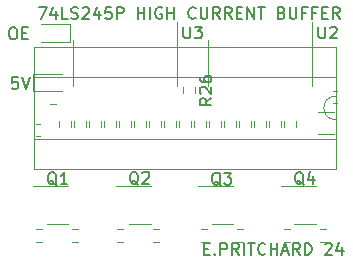
<source format=gbr>
%TF.GenerationSoftware,KiCad,Pcbnew,7.0.5*%
%TF.CreationDate,2024-08-16T02:05:39-04:00*%
%TF.ProjectId,74ls245_high_current_attempt_2,37346c73-3234-4355-9f68-6967685f6375,rev?*%
%TF.SameCoordinates,Original*%
%TF.FileFunction,Legend,Top*%
%TF.FilePolarity,Positive*%
%FSLAX46Y46*%
G04 Gerber Fmt 4.6, Leading zero omitted, Abs format (unit mm)*
G04 Created by KiCad (PCBNEW 7.0.5) date 2024-08-16 02:05:39*
%MOMM*%
%LPD*%
G01*
G04 APERTURE LIST*
%ADD10C,0.150000*%
%ADD11C,0.120000*%
G04 APERTURE END LIST*
D10*
X63853673Y-41123265D02*
X64187006Y-41123265D01*
X64329863Y-41647075D02*
X63853673Y-41647075D01*
X63853673Y-41647075D02*
X63853673Y-40647075D01*
X63853673Y-40647075D02*
X64329863Y-40647075D01*
X64758435Y-41551836D02*
X64806054Y-41599456D01*
X64806054Y-41599456D02*
X64758435Y-41647075D01*
X64758435Y-41647075D02*
X64710816Y-41599456D01*
X64710816Y-41599456D02*
X64758435Y-41551836D01*
X64758435Y-41551836D02*
X64758435Y-41647075D01*
X65234625Y-41647075D02*
X65234625Y-40647075D01*
X65234625Y-40647075D02*
X65615577Y-40647075D01*
X65615577Y-40647075D02*
X65710815Y-40694694D01*
X65710815Y-40694694D02*
X65758434Y-40742313D01*
X65758434Y-40742313D02*
X65806053Y-40837551D01*
X65806053Y-40837551D02*
X65806053Y-40980408D01*
X65806053Y-40980408D02*
X65758434Y-41075646D01*
X65758434Y-41075646D02*
X65710815Y-41123265D01*
X65710815Y-41123265D02*
X65615577Y-41170884D01*
X65615577Y-41170884D02*
X65234625Y-41170884D01*
X66806053Y-41647075D02*
X66472720Y-41170884D01*
X66234625Y-41647075D02*
X66234625Y-40647075D01*
X66234625Y-40647075D02*
X66615577Y-40647075D01*
X66615577Y-40647075D02*
X66710815Y-40694694D01*
X66710815Y-40694694D02*
X66758434Y-40742313D01*
X66758434Y-40742313D02*
X66806053Y-40837551D01*
X66806053Y-40837551D02*
X66806053Y-40980408D01*
X66806053Y-40980408D02*
X66758434Y-41075646D01*
X66758434Y-41075646D02*
X66710815Y-41123265D01*
X66710815Y-41123265D02*
X66615577Y-41170884D01*
X66615577Y-41170884D02*
X66234625Y-41170884D01*
X67234625Y-41647075D02*
X67234625Y-40647075D01*
X67567958Y-40647075D02*
X68139386Y-40647075D01*
X67853672Y-41647075D02*
X67853672Y-40647075D01*
X69044148Y-41551836D02*
X68996529Y-41599456D01*
X68996529Y-41599456D02*
X68853672Y-41647075D01*
X68853672Y-41647075D02*
X68758434Y-41647075D01*
X68758434Y-41647075D02*
X68615577Y-41599456D01*
X68615577Y-41599456D02*
X68520339Y-41504217D01*
X68520339Y-41504217D02*
X68472720Y-41408979D01*
X68472720Y-41408979D02*
X68425101Y-41218503D01*
X68425101Y-41218503D02*
X68425101Y-41075646D01*
X68425101Y-41075646D02*
X68472720Y-40885170D01*
X68472720Y-40885170D02*
X68520339Y-40789932D01*
X68520339Y-40789932D02*
X68615577Y-40694694D01*
X68615577Y-40694694D02*
X68758434Y-40647075D01*
X68758434Y-40647075D02*
X68853672Y-40647075D01*
X68853672Y-40647075D02*
X68996529Y-40694694D01*
X68996529Y-40694694D02*
X69044148Y-40742313D01*
X69472720Y-41647075D02*
X69472720Y-40647075D01*
X69472720Y-41123265D02*
X70044148Y-41123265D01*
X70044148Y-41647075D02*
X70044148Y-40647075D01*
X70472720Y-41361360D02*
X70948910Y-41361360D01*
X70377482Y-41647075D02*
X70710815Y-40647075D01*
X70710815Y-40647075D02*
X71044148Y-41647075D01*
X71948910Y-41647075D02*
X71615577Y-41170884D01*
X71377482Y-41647075D02*
X71377482Y-40647075D01*
X71377482Y-40647075D02*
X71758434Y-40647075D01*
X71758434Y-40647075D02*
X71853672Y-40694694D01*
X71853672Y-40694694D02*
X71901291Y-40742313D01*
X71901291Y-40742313D02*
X71948910Y-40837551D01*
X71948910Y-40837551D02*
X71948910Y-40980408D01*
X71948910Y-40980408D02*
X71901291Y-41075646D01*
X71901291Y-41075646D02*
X71853672Y-41123265D01*
X71853672Y-41123265D02*
X71758434Y-41170884D01*
X71758434Y-41170884D02*
X71377482Y-41170884D01*
X72377482Y-41647075D02*
X72377482Y-40647075D01*
X72377482Y-40647075D02*
X72615577Y-40647075D01*
X72615577Y-40647075D02*
X72758434Y-40694694D01*
X72758434Y-40694694D02*
X72853672Y-40789932D01*
X72853672Y-40789932D02*
X72901291Y-40885170D01*
X72901291Y-40885170D02*
X72948910Y-41075646D01*
X72948910Y-41075646D02*
X72948910Y-41218503D01*
X72948910Y-41218503D02*
X72901291Y-41408979D01*
X72901291Y-41408979D02*
X72853672Y-41504217D01*
X72853672Y-41504217D02*
X72758434Y-41599456D01*
X72758434Y-41599456D02*
X72615577Y-41647075D01*
X72615577Y-41647075D02*
X72377482Y-41647075D01*
X74091768Y-40742313D02*
X74139387Y-40694694D01*
X74139387Y-40694694D02*
X74234625Y-40647075D01*
X74234625Y-40647075D02*
X74472720Y-40647075D01*
X74472720Y-40647075D02*
X74567958Y-40694694D01*
X74567958Y-40694694D02*
X74615577Y-40742313D01*
X74615577Y-40742313D02*
X74663196Y-40837551D01*
X74663196Y-40837551D02*
X74663196Y-40932789D01*
X74663196Y-40932789D02*
X74615577Y-41075646D01*
X74615577Y-41075646D02*
X74044149Y-41647075D01*
X74044149Y-41647075D02*
X74663196Y-41647075D01*
X75520339Y-40980408D02*
X75520339Y-41647075D01*
X75282244Y-40599456D02*
X75044149Y-41313741D01*
X75044149Y-41313741D02*
X75663196Y-41313741D01*
X49842818Y-20679289D02*
X50509484Y-20679289D01*
X50509484Y-20679289D02*
X50080913Y-21679289D01*
X51319008Y-21012622D02*
X51319008Y-21679289D01*
X51080913Y-20631670D02*
X50842818Y-21345955D01*
X50842818Y-21345955D02*
X51461865Y-21345955D01*
X52319008Y-21679289D02*
X51842818Y-21679289D01*
X51842818Y-21679289D02*
X51842818Y-20679289D01*
X52604723Y-21631670D02*
X52747580Y-21679289D01*
X52747580Y-21679289D02*
X52985675Y-21679289D01*
X52985675Y-21679289D02*
X53080913Y-21631670D01*
X53080913Y-21631670D02*
X53128532Y-21584050D01*
X53128532Y-21584050D02*
X53176151Y-21488812D01*
X53176151Y-21488812D02*
X53176151Y-21393574D01*
X53176151Y-21393574D02*
X53128532Y-21298336D01*
X53128532Y-21298336D02*
X53080913Y-21250717D01*
X53080913Y-21250717D02*
X52985675Y-21203098D01*
X52985675Y-21203098D02*
X52795199Y-21155479D01*
X52795199Y-21155479D02*
X52699961Y-21107860D01*
X52699961Y-21107860D02*
X52652342Y-21060241D01*
X52652342Y-21060241D02*
X52604723Y-20965003D01*
X52604723Y-20965003D02*
X52604723Y-20869765D01*
X52604723Y-20869765D02*
X52652342Y-20774527D01*
X52652342Y-20774527D02*
X52699961Y-20726908D01*
X52699961Y-20726908D02*
X52795199Y-20679289D01*
X52795199Y-20679289D02*
X53033294Y-20679289D01*
X53033294Y-20679289D02*
X53176151Y-20726908D01*
X53557104Y-20774527D02*
X53604723Y-20726908D01*
X53604723Y-20726908D02*
X53699961Y-20679289D01*
X53699961Y-20679289D02*
X53938056Y-20679289D01*
X53938056Y-20679289D02*
X54033294Y-20726908D01*
X54033294Y-20726908D02*
X54080913Y-20774527D01*
X54080913Y-20774527D02*
X54128532Y-20869765D01*
X54128532Y-20869765D02*
X54128532Y-20965003D01*
X54128532Y-20965003D02*
X54080913Y-21107860D01*
X54080913Y-21107860D02*
X53509485Y-21679289D01*
X53509485Y-21679289D02*
X54128532Y-21679289D01*
X54985675Y-21012622D02*
X54985675Y-21679289D01*
X54747580Y-20631670D02*
X54509485Y-21345955D01*
X54509485Y-21345955D02*
X55128532Y-21345955D01*
X55985675Y-20679289D02*
X55509485Y-20679289D01*
X55509485Y-20679289D02*
X55461866Y-21155479D01*
X55461866Y-21155479D02*
X55509485Y-21107860D01*
X55509485Y-21107860D02*
X55604723Y-21060241D01*
X55604723Y-21060241D02*
X55842818Y-21060241D01*
X55842818Y-21060241D02*
X55938056Y-21107860D01*
X55938056Y-21107860D02*
X55985675Y-21155479D01*
X55985675Y-21155479D02*
X56033294Y-21250717D01*
X56033294Y-21250717D02*
X56033294Y-21488812D01*
X56033294Y-21488812D02*
X55985675Y-21584050D01*
X55985675Y-21584050D02*
X55938056Y-21631670D01*
X55938056Y-21631670D02*
X55842818Y-21679289D01*
X55842818Y-21679289D02*
X55604723Y-21679289D01*
X55604723Y-21679289D02*
X55509485Y-21631670D01*
X55509485Y-21631670D02*
X55461866Y-21584050D01*
X56461866Y-21679289D02*
X56461866Y-20679289D01*
X56461866Y-20679289D02*
X56842818Y-20679289D01*
X56842818Y-20679289D02*
X56938056Y-20726908D01*
X56938056Y-20726908D02*
X56985675Y-20774527D01*
X56985675Y-20774527D02*
X57033294Y-20869765D01*
X57033294Y-20869765D02*
X57033294Y-21012622D01*
X57033294Y-21012622D02*
X56985675Y-21107860D01*
X56985675Y-21107860D02*
X56938056Y-21155479D01*
X56938056Y-21155479D02*
X56842818Y-21203098D01*
X56842818Y-21203098D02*
X56461866Y-21203098D01*
X58223771Y-21679289D02*
X58223771Y-20679289D01*
X58223771Y-21155479D02*
X58795199Y-21155479D01*
X58795199Y-21679289D02*
X58795199Y-20679289D01*
X59271390Y-21679289D02*
X59271390Y-20679289D01*
X60271389Y-20726908D02*
X60176151Y-20679289D01*
X60176151Y-20679289D02*
X60033294Y-20679289D01*
X60033294Y-20679289D02*
X59890437Y-20726908D01*
X59890437Y-20726908D02*
X59795199Y-20822146D01*
X59795199Y-20822146D02*
X59747580Y-20917384D01*
X59747580Y-20917384D02*
X59699961Y-21107860D01*
X59699961Y-21107860D02*
X59699961Y-21250717D01*
X59699961Y-21250717D02*
X59747580Y-21441193D01*
X59747580Y-21441193D02*
X59795199Y-21536431D01*
X59795199Y-21536431D02*
X59890437Y-21631670D01*
X59890437Y-21631670D02*
X60033294Y-21679289D01*
X60033294Y-21679289D02*
X60128532Y-21679289D01*
X60128532Y-21679289D02*
X60271389Y-21631670D01*
X60271389Y-21631670D02*
X60319008Y-21584050D01*
X60319008Y-21584050D02*
X60319008Y-21250717D01*
X60319008Y-21250717D02*
X60128532Y-21250717D01*
X60747580Y-21679289D02*
X60747580Y-20679289D01*
X60747580Y-21155479D02*
X61319008Y-21155479D01*
X61319008Y-21679289D02*
X61319008Y-20679289D01*
X63128532Y-21584050D02*
X63080913Y-21631670D01*
X63080913Y-21631670D02*
X62938056Y-21679289D01*
X62938056Y-21679289D02*
X62842818Y-21679289D01*
X62842818Y-21679289D02*
X62699961Y-21631670D01*
X62699961Y-21631670D02*
X62604723Y-21536431D01*
X62604723Y-21536431D02*
X62557104Y-21441193D01*
X62557104Y-21441193D02*
X62509485Y-21250717D01*
X62509485Y-21250717D02*
X62509485Y-21107860D01*
X62509485Y-21107860D02*
X62557104Y-20917384D01*
X62557104Y-20917384D02*
X62604723Y-20822146D01*
X62604723Y-20822146D02*
X62699961Y-20726908D01*
X62699961Y-20726908D02*
X62842818Y-20679289D01*
X62842818Y-20679289D02*
X62938056Y-20679289D01*
X62938056Y-20679289D02*
X63080913Y-20726908D01*
X63080913Y-20726908D02*
X63128532Y-20774527D01*
X63557104Y-20679289D02*
X63557104Y-21488812D01*
X63557104Y-21488812D02*
X63604723Y-21584050D01*
X63604723Y-21584050D02*
X63652342Y-21631670D01*
X63652342Y-21631670D02*
X63747580Y-21679289D01*
X63747580Y-21679289D02*
X63938056Y-21679289D01*
X63938056Y-21679289D02*
X64033294Y-21631670D01*
X64033294Y-21631670D02*
X64080913Y-21584050D01*
X64080913Y-21584050D02*
X64128532Y-21488812D01*
X64128532Y-21488812D02*
X64128532Y-20679289D01*
X65176151Y-21679289D02*
X64842818Y-21203098D01*
X64604723Y-21679289D02*
X64604723Y-20679289D01*
X64604723Y-20679289D02*
X64985675Y-20679289D01*
X64985675Y-20679289D02*
X65080913Y-20726908D01*
X65080913Y-20726908D02*
X65128532Y-20774527D01*
X65128532Y-20774527D02*
X65176151Y-20869765D01*
X65176151Y-20869765D02*
X65176151Y-21012622D01*
X65176151Y-21012622D02*
X65128532Y-21107860D01*
X65128532Y-21107860D02*
X65080913Y-21155479D01*
X65080913Y-21155479D02*
X64985675Y-21203098D01*
X64985675Y-21203098D02*
X64604723Y-21203098D01*
X66176151Y-21679289D02*
X65842818Y-21203098D01*
X65604723Y-21679289D02*
X65604723Y-20679289D01*
X65604723Y-20679289D02*
X65985675Y-20679289D01*
X65985675Y-20679289D02*
X66080913Y-20726908D01*
X66080913Y-20726908D02*
X66128532Y-20774527D01*
X66128532Y-20774527D02*
X66176151Y-20869765D01*
X66176151Y-20869765D02*
X66176151Y-21012622D01*
X66176151Y-21012622D02*
X66128532Y-21107860D01*
X66128532Y-21107860D02*
X66080913Y-21155479D01*
X66080913Y-21155479D02*
X65985675Y-21203098D01*
X65985675Y-21203098D02*
X65604723Y-21203098D01*
X66604723Y-21155479D02*
X66938056Y-21155479D01*
X67080913Y-21679289D02*
X66604723Y-21679289D01*
X66604723Y-21679289D02*
X66604723Y-20679289D01*
X66604723Y-20679289D02*
X67080913Y-20679289D01*
X67509485Y-21679289D02*
X67509485Y-20679289D01*
X67509485Y-20679289D02*
X68080913Y-21679289D01*
X68080913Y-21679289D02*
X68080913Y-20679289D01*
X68414247Y-20679289D02*
X68985675Y-20679289D01*
X68699961Y-21679289D02*
X68699961Y-20679289D01*
X70414247Y-21155479D02*
X70557104Y-21203098D01*
X70557104Y-21203098D02*
X70604723Y-21250717D01*
X70604723Y-21250717D02*
X70652342Y-21345955D01*
X70652342Y-21345955D02*
X70652342Y-21488812D01*
X70652342Y-21488812D02*
X70604723Y-21584050D01*
X70604723Y-21584050D02*
X70557104Y-21631670D01*
X70557104Y-21631670D02*
X70461866Y-21679289D01*
X70461866Y-21679289D02*
X70080914Y-21679289D01*
X70080914Y-21679289D02*
X70080914Y-20679289D01*
X70080914Y-20679289D02*
X70414247Y-20679289D01*
X70414247Y-20679289D02*
X70509485Y-20726908D01*
X70509485Y-20726908D02*
X70557104Y-20774527D01*
X70557104Y-20774527D02*
X70604723Y-20869765D01*
X70604723Y-20869765D02*
X70604723Y-20965003D01*
X70604723Y-20965003D02*
X70557104Y-21060241D01*
X70557104Y-21060241D02*
X70509485Y-21107860D01*
X70509485Y-21107860D02*
X70414247Y-21155479D01*
X70414247Y-21155479D02*
X70080914Y-21155479D01*
X71080914Y-20679289D02*
X71080914Y-21488812D01*
X71080914Y-21488812D02*
X71128533Y-21584050D01*
X71128533Y-21584050D02*
X71176152Y-21631670D01*
X71176152Y-21631670D02*
X71271390Y-21679289D01*
X71271390Y-21679289D02*
X71461866Y-21679289D01*
X71461866Y-21679289D02*
X71557104Y-21631670D01*
X71557104Y-21631670D02*
X71604723Y-21584050D01*
X71604723Y-21584050D02*
X71652342Y-21488812D01*
X71652342Y-21488812D02*
X71652342Y-20679289D01*
X72461866Y-21155479D02*
X72128533Y-21155479D01*
X72128533Y-21679289D02*
X72128533Y-20679289D01*
X72128533Y-20679289D02*
X72604723Y-20679289D01*
X73319009Y-21155479D02*
X72985676Y-21155479D01*
X72985676Y-21679289D02*
X72985676Y-20679289D01*
X72985676Y-20679289D02*
X73461866Y-20679289D01*
X73842819Y-21155479D02*
X74176152Y-21155479D01*
X74319009Y-21679289D02*
X73842819Y-21679289D01*
X73842819Y-21679289D02*
X73842819Y-20679289D01*
X73842819Y-20679289D02*
X74319009Y-20679289D01*
X75319009Y-21679289D02*
X74985676Y-21203098D01*
X74747581Y-21679289D02*
X74747581Y-20679289D01*
X74747581Y-20679289D02*
X75128533Y-20679289D01*
X75128533Y-20679289D02*
X75223771Y-20726908D01*
X75223771Y-20726908D02*
X75271390Y-20774527D01*
X75271390Y-20774527D02*
X75319009Y-20869765D01*
X75319009Y-20869765D02*
X75319009Y-21012622D01*
X75319009Y-21012622D02*
X75271390Y-21107860D01*
X75271390Y-21107860D02*
X75223771Y-21155479D01*
X75223771Y-21155479D02*
X75128533Y-21203098D01*
X75128533Y-21203098D02*
X74747581Y-21203098D01*
%TO.C,R26*%
X64464110Y-28370037D02*
X63987919Y-28703370D01*
X64464110Y-28941465D02*
X63464110Y-28941465D01*
X63464110Y-28941465D02*
X63464110Y-28560513D01*
X63464110Y-28560513D02*
X63511729Y-28465275D01*
X63511729Y-28465275D02*
X63559348Y-28417656D01*
X63559348Y-28417656D02*
X63654586Y-28370037D01*
X63654586Y-28370037D02*
X63797443Y-28370037D01*
X63797443Y-28370037D02*
X63892681Y-28417656D01*
X63892681Y-28417656D02*
X63940300Y-28465275D01*
X63940300Y-28465275D02*
X63987919Y-28560513D01*
X63987919Y-28560513D02*
X63987919Y-28941465D01*
X63559348Y-27989084D02*
X63511729Y-27941465D01*
X63511729Y-27941465D02*
X63464110Y-27846227D01*
X63464110Y-27846227D02*
X63464110Y-27608132D01*
X63464110Y-27608132D02*
X63511729Y-27512894D01*
X63511729Y-27512894D02*
X63559348Y-27465275D01*
X63559348Y-27465275D02*
X63654586Y-27417656D01*
X63654586Y-27417656D02*
X63749824Y-27417656D01*
X63749824Y-27417656D02*
X63892681Y-27465275D01*
X63892681Y-27465275D02*
X64464110Y-28036703D01*
X64464110Y-28036703D02*
X64464110Y-27417656D01*
X63464110Y-26560513D02*
X63464110Y-26750989D01*
X63464110Y-26750989D02*
X63511729Y-26846227D01*
X63511729Y-26846227D02*
X63559348Y-26893846D01*
X63559348Y-26893846D02*
X63702205Y-26989084D01*
X63702205Y-26989084D02*
X63892681Y-27036703D01*
X63892681Y-27036703D02*
X64273633Y-27036703D01*
X64273633Y-27036703D02*
X64368871Y-26989084D01*
X64368871Y-26989084D02*
X64416491Y-26941465D01*
X64416491Y-26941465D02*
X64464110Y-26846227D01*
X64464110Y-26846227D02*
X64464110Y-26655751D01*
X64464110Y-26655751D02*
X64416491Y-26560513D01*
X64416491Y-26560513D02*
X64368871Y-26512894D01*
X64368871Y-26512894D02*
X64273633Y-26465275D01*
X64273633Y-26465275D02*
X64035538Y-26465275D01*
X64035538Y-26465275D02*
X63940300Y-26512894D01*
X63940300Y-26512894D02*
X63892681Y-26560513D01*
X63892681Y-26560513D02*
X63845062Y-26655751D01*
X63845062Y-26655751D02*
X63845062Y-26846227D01*
X63845062Y-26846227D02*
X63892681Y-26941465D01*
X63892681Y-26941465D02*
X63940300Y-26989084D01*
X63940300Y-26989084D02*
X64035538Y-27036703D01*
%TO.C,OE*%
X47593644Y-22393115D02*
X47784120Y-22393115D01*
X47784120Y-22393115D02*
X47879358Y-22440734D01*
X47879358Y-22440734D02*
X47974596Y-22535972D01*
X47974596Y-22535972D02*
X48022215Y-22726448D01*
X48022215Y-22726448D02*
X48022215Y-23059781D01*
X48022215Y-23059781D02*
X47974596Y-23250257D01*
X47974596Y-23250257D02*
X47879358Y-23345496D01*
X47879358Y-23345496D02*
X47784120Y-23393115D01*
X47784120Y-23393115D02*
X47593644Y-23393115D01*
X47593644Y-23393115D02*
X47498406Y-23345496D01*
X47498406Y-23345496D02*
X47403168Y-23250257D01*
X47403168Y-23250257D02*
X47355549Y-23059781D01*
X47355549Y-23059781D02*
X47355549Y-22726448D01*
X47355549Y-22726448D02*
X47403168Y-22535972D01*
X47403168Y-22535972D02*
X47498406Y-22440734D01*
X47498406Y-22440734D02*
X47593644Y-22393115D01*
X48450787Y-22869305D02*
X48784120Y-22869305D01*
X48926977Y-23393115D02*
X48450787Y-23393115D01*
X48450787Y-23393115D02*
X48450787Y-22393115D01*
X48450787Y-22393115D02*
X48926977Y-22393115D01*
%TO.C,5V*%
X48068717Y-26602858D02*
X47592527Y-26602858D01*
X47592527Y-26602858D02*
X47544908Y-27079048D01*
X47544908Y-27079048D02*
X47592527Y-27031429D01*
X47592527Y-27031429D02*
X47687765Y-26983810D01*
X47687765Y-26983810D02*
X47925860Y-26983810D01*
X47925860Y-26983810D02*
X48021098Y-27031429D01*
X48021098Y-27031429D02*
X48068717Y-27079048D01*
X48068717Y-27079048D02*
X48116336Y-27174286D01*
X48116336Y-27174286D02*
X48116336Y-27412381D01*
X48116336Y-27412381D02*
X48068717Y-27507619D01*
X48068717Y-27507619D02*
X48021098Y-27555239D01*
X48021098Y-27555239D02*
X47925860Y-27602858D01*
X47925860Y-27602858D02*
X47687765Y-27602858D01*
X47687765Y-27602858D02*
X47592527Y-27555239D01*
X47592527Y-27555239D02*
X47544908Y-27507619D01*
X48402051Y-26602858D02*
X48735384Y-27602858D01*
X48735384Y-27602858D02*
X49068717Y-26602858D01*
%TO.C,U3*%
X62103095Y-22314819D02*
X62103095Y-23124342D01*
X62103095Y-23124342D02*
X62150714Y-23219580D01*
X62150714Y-23219580D02*
X62198333Y-23267200D01*
X62198333Y-23267200D02*
X62293571Y-23314819D01*
X62293571Y-23314819D02*
X62484047Y-23314819D01*
X62484047Y-23314819D02*
X62579285Y-23267200D01*
X62579285Y-23267200D02*
X62626904Y-23219580D01*
X62626904Y-23219580D02*
X62674523Y-23124342D01*
X62674523Y-23124342D02*
X62674523Y-22314819D01*
X63055476Y-22314819D02*
X63674523Y-22314819D01*
X63674523Y-22314819D02*
X63341190Y-22695771D01*
X63341190Y-22695771D02*
X63484047Y-22695771D01*
X63484047Y-22695771D02*
X63579285Y-22743390D01*
X63579285Y-22743390D02*
X63626904Y-22791009D01*
X63626904Y-22791009D02*
X63674523Y-22886247D01*
X63674523Y-22886247D02*
X63674523Y-23124342D01*
X63674523Y-23124342D02*
X63626904Y-23219580D01*
X63626904Y-23219580D02*
X63579285Y-23267200D01*
X63579285Y-23267200D02*
X63484047Y-23314819D01*
X63484047Y-23314819D02*
X63198333Y-23314819D01*
X63198333Y-23314819D02*
X63103095Y-23267200D01*
X63103095Y-23267200D02*
X63055476Y-23219580D01*
%TO.C,U2*%
X73533095Y-22314819D02*
X73533095Y-23124342D01*
X73533095Y-23124342D02*
X73580714Y-23219580D01*
X73580714Y-23219580D02*
X73628333Y-23267200D01*
X73628333Y-23267200D02*
X73723571Y-23314819D01*
X73723571Y-23314819D02*
X73914047Y-23314819D01*
X73914047Y-23314819D02*
X74009285Y-23267200D01*
X74009285Y-23267200D02*
X74056904Y-23219580D01*
X74056904Y-23219580D02*
X74104523Y-23124342D01*
X74104523Y-23124342D02*
X74104523Y-22314819D01*
X74533095Y-22410057D02*
X74580714Y-22362438D01*
X74580714Y-22362438D02*
X74675952Y-22314819D01*
X74675952Y-22314819D02*
X74914047Y-22314819D01*
X74914047Y-22314819D02*
X75009285Y-22362438D01*
X75009285Y-22362438D02*
X75056904Y-22410057D01*
X75056904Y-22410057D02*
X75104523Y-22505295D01*
X75104523Y-22505295D02*
X75104523Y-22600533D01*
X75104523Y-22600533D02*
X75056904Y-22743390D01*
X75056904Y-22743390D02*
X74485476Y-23314819D01*
X74485476Y-23314819D02*
X75104523Y-23314819D01*
%TO.C,Q4*%
X72277026Y-35728754D02*
X72181788Y-35681135D01*
X72181788Y-35681135D02*
X72086550Y-35585897D01*
X72086550Y-35585897D02*
X71943693Y-35443039D01*
X71943693Y-35443039D02*
X71848455Y-35395420D01*
X71848455Y-35395420D02*
X71753217Y-35395420D01*
X71800836Y-35633516D02*
X71705598Y-35585897D01*
X71705598Y-35585897D02*
X71610360Y-35490658D01*
X71610360Y-35490658D02*
X71562741Y-35300182D01*
X71562741Y-35300182D02*
X71562741Y-34966849D01*
X71562741Y-34966849D02*
X71610360Y-34776373D01*
X71610360Y-34776373D02*
X71705598Y-34681135D01*
X71705598Y-34681135D02*
X71800836Y-34633516D01*
X71800836Y-34633516D02*
X71991312Y-34633516D01*
X71991312Y-34633516D02*
X72086550Y-34681135D01*
X72086550Y-34681135D02*
X72181788Y-34776373D01*
X72181788Y-34776373D02*
X72229407Y-34966849D01*
X72229407Y-34966849D02*
X72229407Y-35300182D01*
X72229407Y-35300182D02*
X72181788Y-35490658D01*
X72181788Y-35490658D02*
X72086550Y-35585897D01*
X72086550Y-35585897D02*
X71991312Y-35633516D01*
X71991312Y-35633516D02*
X71800836Y-35633516D01*
X73086550Y-34966849D02*
X73086550Y-35633516D01*
X72848455Y-34585897D02*
X72610360Y-35300182D01*
X72610360Y-35300182D02*
X73229407Y-35300182D01*
%TO.C,Q3*%
X65260552Y-35790827D02*
X65165314Y-35743208D01*
X65165314Y-35743208D02*
X65070076Y-35647970D01*
X65070076Y-35647970D02*
X64927219Y-35505112D01*
X64927219Y-35505112D02*
X64831981Y-35457493D01*
X64831981Y-35457493D02*
X64736743Y-35457493D01*
X64784362Y-35695589D02*
X64689124Y-35647970D01*
X64689124Y-35647970D02*
X64593886Y-35552731D01*
X64593886Y-35552731D02*
X64546267Y-35362255D01*
X64546267Y-35362255D02*
X64546267Y-35028922D01*
X64546267Y-35028922D02*
X64593886Y-34838446D01*
X64593886Y-34838446D02*
X64689124Y-34743208D01*
X64689124Y-34743208D02*
X64784362Y-34695589D01*
X64784362Y-34695589D02*
X64974838Y-34695589D01*
X64974838Y-34695589D02*
X65070076Y-34743208D01*
X65070076Y-34743208D02*
X65165314Y-34838446D01*
X65165314Y-34838446D02*
X65212933Y-35028922D01*
X65212933Y-35028922D02*
X65212933Y-35362255D01*
X65212933Y-35362255D02*
X65165314Y-35552731D01*
X65165314Y-35552731D02*
X65070076Y-35647970D01*
X65070076Y-35647970D02*
X64974838Y-35695589D01*
X64974838Y-35695589D02*
X64784362Y-35695589D01*
X65546267Y-34695589D02*
X66165314Y-34695589D01*
X66165314Y-34695589D02*
X65831981Y-35076541D01*
X65831981Y-35076541D02*
X65974838Y-35076541D01*
X65974838Y-35076541D02*
X66070076Y-35124160D01*
X66070076Y-35124160D02*
X66117695Y-35171779D01*
X66117695Y-35171779D02*
X66165314Y-35267017D01*
X66165314Y-35267017D02*
X66165314Y-35505112D01*
X66165314Y-35505112D02*
X66117695Y-35600350D01*
X66117695Y-35600350D02*
X66070076Y-35647970D01*
X66070076Y-35647970D02*
X65974838Y-35695589D01*
X65974838Y-35695589D02*
X65689124Y-35695589D01*
X65689124Y-35695589D02*
X65593886Y-35647970D01*
X65593886Y-35647970D02*
X65546267Y-35600350D01*
%TO.C,Q2*%
X58292850Y-35720861D02*
X58197612Y-35673242D01*
X58197612Y-35673242D02*
X58102374Y-35578004D01*
X58102374Y-35578004D02*
X57959517Y-35435146D01*
X57959517Y-35435146D02*
X57864279Y-35387527D01*
X57864279Y-35387527D02*
X57769041Y-35387527D01*
X57816660Y-35625623D02*
X57721422Y-35578004D01*
X57721422Y-35578004D02*
X57626184Y-35482765D01*
X57626184Y-35482765D02*
X57578565Y-35292289D01*
X57578565Y-35292289D02*
X57578565Y-34958956D01*
X57578565Y-34958956D02*
X57626184Y-34768480D01*
X57626184Y-34768480D02*
X57721422Y-34673242D01*
X57721422Y-34673242D02*
X57816660Y-34625623D01*
X57816660Y-34625623D02*
X58007136Y-34625623D01*
X58007136Y-34625623D02*
X58102374Y-34673242D01*
X58102374Y-34673242D02*
X58197612Y-34768480D01*
X58197612Y-34768480D02*
X58245231Y-34958956D01*
X58245231Y-34958956D02*
X58245231Y-35292289D01*
X58245231Y-35292289D02*
X58197612Y-35482765D01*
X58197612Y-35482765D02*
X58102374Y-35578004D01*
X58102374Y-35578004D02*
X58007136Y-35625623D01*
X58007136Y-35625623D02*
X57816660Y-35625623D01*
X58626184Y-34720861D02*
X58673803Y-34673242D01*
X58673803Y-34673242D02*
X58769041Y-34625623D01*
X58769041Y-34625623D02*
X59007136Y-34625623D01*
X59007136Y-34625623D02*
X59102374Y-34673242D01*
X59102374Y-34673242D02*
X59149993Y-34720861D01*
X59149993Y-34720861D02*
X59197612Y-34816099D01*
X59197612Y-34816099D02*
X59197612Y-34911337D01*
X59197612Y-34911337D02*
X59149993Y-35054194D01*
X59149993Y-35054194D02*
X58578565Y-35625623D01*
X58578565Y-35625623D02*
X59197612Y-35625623D01*
%TO.C,Q1*%
X51362903Y-35760765D02*
X51267665Y-35713146D01*
X51267665Y-35713146D02*
X51172427Y-35617908D01*
X51172427Y-35617908D02*
X51029570Y-35475050D01*
X51029570Y-35475050D02*
X50934332Y-35427431D01*
X50934332Y-35427431D02*
X50839094Y-35427431D01*
X50886713Y-35665527D02*
X50791475Y-35617908D01*
X50791475Y-35617908D02*
X50696237Y-35522669D01*
X50696237Y-35522669D02*
X50648618Y-35332193D01*
X50648618Y-35332193D02*
X50648618Y-34998860D01*
X50648618Y-34998860D02*
X50696237Y-34808384D01*
X50696237Y-34808384D02*
X50791475Y-34713146D01*
X50791475Y-34713146D02*
X50886713Y-34665527D01*
X50886713Y-34665527D02*
X51077189Y-34665527D01*
X51077189Y-34665527D02*
X51172427Y-34713146D01*
X51172427Y-34713146D02*
X51267665Y-34808384D01*
X51267665Y-34808384D02*
X51315284Y-34998860D01*
X51315284Y-34998860D02*
X51315284Y-35332193D01*
X51315284Y-35332193D02*
X51267665Y-35522669D01*
X51267665Y-35522669D02*
X51172427Y-35617908D01*
X51172427Y-35617908D02*
X51077189Y-35665527D01*
X51077189Y-35665527D02*
X50886713Y-35665527D01*
X52267665Y-35665527D02*
X51696237Y-35665527D01*
X51981951Y-35665527D02*
X51981951Y-34665527D01*
X51981951Y-34665527D02*
X51886713Y-34808384D01*
X51886713Y-34808384D02*
X51791475Y-34903622D01*
X51791475Y-34903622D02*
X51696237Y-34951241D01*
D11*
%TO.C,R26*%
X63101791Y-27472456D02*
X63101791Y-27981904D01*
X62056791Y-27472456D02*
X62056791Y-27981904D01*
%TO.C,OE*%
X50000000Y-23595000D02*
X52460000Y-23595000D01*
X52460000Y-22125000D02*
X50000000Y-22125000D01*
X52460000Y-23595000D02*
X52460000Y-22125000D01*
%TO.C,R25*%
X51308724Y-28843500D02*
X50799276Y-28843500D01*
X51308724Y-27798500D02*
X50799276Y-27798500D01*
%TO.C,R24*%
X61707500Y-30861724D02*
X61707500Y-30352276D01*
X62752500Y-30861724D02*
X62752500Y-30352276D01*
%TO.C,R23*%
X66674276Y-39482500D02*
X67183724Y-39482500D01*
X66674276Y-40527500D02*
X67183724Y-40527500D01*
%TO.C,R22*%
X67832500Y-30352276D02*
X67832500Y-30861724D01*
X66787500Y-30352276D02*
X66787500Y-30861724D01*
%TO.C,R21*%
X62977500Y-30861724D02*
X62977500Y-30352276D01*
X64022500Y-30861724D02*
X64022500Y-30352276D01*
%TO.C,R20*%
X64135724Y-40527500D02*
X63626276Y-40527500D01*
X64135724Y-39482500D02*
X63626276Y-39482500D01*
%TO.C,R19*%
X66562500Y-30352276D02*
X66562500Y-30861724D01*
X65517500Y-30352276D02*
X65517500Y-30861724D01*
%TO.C,R18*%
X56627500Y-30861724D02*
X56627500Y-30352276D01*
X57672500Y-30861724D02*
X57672500Y-30352276D01*
%TO.C,R17*%
X59562276Y-39482500D02*
X60071724Y-39482500D01*
X59562276Y-40527500D02*
X60071724Y-40527500D01*
%TO.C,R16*%
X60212500Y-30352276D02*
X60212500Y-30861724D01*
X59167500Y-30352276D02*
X59167500Y-30861724D01*
%TO.C,R15*%
X57897500Y-30861724D02*
X57897500Y-30352276D01*
X58942500Y-30861724D02*
X58942500Y-30352276D01*
%TO.C,R14*%
X57023724Y-40527500D02*
X56514276Y-40527500D01*
X57023724Y-39482500D02*
X56514276Y-39482500D01*
%TO.C,R13*%
X61482500Y-30352276D02*
X61482500Y-30861724D01*
X60437500Y-30352276D02*
X60437500Y-30861724D01*
%TO.C,R12*%
X51547500Y-30861724D02*
X51547500Y-30352276D01*
X52592500Y-30861724D02*
X52592500Y-30352276D01*
%TO.C,R11*%
X52704276Y-39482500D02*
X53213724Y-39482500D01*
X52704276Y-40527500D02*
X53213724Y-40527500D01*
%TO.C,R10*%
X56402500Y-30352276D02*
X56402500Y-30861724D01*
X55357500Y-30352276D02*
X55357500Y-30861724D01*
%TO.C,R9*%
X52817500Y-30861724D02*
X52817500Y-30352276D01*
X53862500Y-30861724D02*
X53862500Y-30352276D01*
%TO.C,R8*%
X50165724Y-40527500D02*
X49656276Y-40527500D01*
X50165724Y-39482500D02*
X49656276Y-39482500D01*
%TO.C,R7*%
X55132500Y-30352276D02*
X55132500Y-30861724D01*
X54087500Y-30352276D02*
X54087500Y-30861724D01*
%TO.C,R6*%
X64247500Y-30861724D02*
X64247500Y-30352276D01*
X65292500Y-30861724D02*
X65292500Y-30352276D01*
%TO.C,R5*%
X73659276Y-39482500D02*
X74168724Y-39482500D01*
X73659276Y-40527500D02*
X74168724Y-40527500D01*
%TO.C,R4*%
X71120724Y-40527500D02*
X70611276Y-40527500D01*
X71120724Y-39482500D02*
X70611276Y-39482500D01*
%TO.C,R3*%
X68057500Y-30861724D02*
X68057500Y-30352276D01*
X69102500Y-30861724D02*
X69102500Y-30352276D01*
%TO.C,R2*%
X70372500Y-30352276D02*
X70372500Y-30861724D01*
X69327500Y-30352276D02*
X69327500Y-30861724D01*
%TO.C,R1*%
X71642500Y-30352276D02*
X71642500Y-30861724D01*
X70597500Y-30352276D02*
X70597500Y-30861724D01*
%TO.C,5V*%
X51854000Y-26316000D02*
X49394000Y-26316000D01*
X49394000Y-27786000D02*
X51854000Y-27786000D01*
X49394000Y-26316000D02*
X49394000Y-27786000D01*
%TO.C,U3*%
X61585000Y-25400000D02*
X61585000Y-27350000D01*
X52715000Y-25400000D02*
X52715000Y-27350000D01*
X61585000Y-25400000D02*
X61585000Y-21950000D01*
X52715000Y-25400000D02*
X52715000Y-23450000D01*
%TO.C,U2*%
X73015000Y-25400000D02*
X73015000Y-27350000D01*
X64145000Y-25400000D02*
X64145000Y-27350000D01*
X73015000Y-25400000D02*
X73015000Y-21950000D01*
X64145000Y-25400000D02*
X64145000Y-23450000D01*
%TO.C,C1*%
X73456748Y-31390000D02*
X74879252Y-31390000D01*
X73456748Y-29570000D02*
X74879252Y-29570000D01*
%TO.C,U1*%
X75050000Y-24070000D02*
X49410000Y-24070000D01*
X74990000Y-26560000D02*
X49470000Y-26560000D01*
X49470000Y-26560000D02*
X49470000Y-31860000D01*
X75050000Y-34350000D02*
X75050000Y-24070000D01*
X74990000Y-28210000D02*
X74990000Y-26560000D01*
X49410000Y-24070000D02*
X49410000Y-34350000D01*
X49410000Y-34350000D02*
X75050000Y-34350000D01*
X49470000Y-31860000D02*
X74990000Y-31860000D01*
X74990000Y-31860000D02*
X74990000Y-30210000D01*
X74990000Y-28210000D02*
G75*
G03*
X74990000Y-30210000I0J-1000000D01*
G01*
%TO.C,Q4*%
X71490000Y-39075000D02*
X73290000Y-39075000D01*
X73290000Y-35855000D02*
X70340000Y-35855000D01*
%TO.C,Q3*%
X64505000Y-39075000D02*
X66305000Y-39075000D01*
X66305000Y-35855000D02*
X63355000Y-35855000D01*
%TO.C,Q2*%
X57520000Y-39075000D02*
X59320000Y-39075000D01*
X59320000Y-35855000D02*
X56370000Y-35855000D01*
%TO.C,Q1*%
X50535000Y-39075000D02*
X52335000Y-39075000D01*
X52335000Y-35855000D02*
X49385000Y-35855000D01*
%TO.C,C4*%
X49924580Y-31625000D02*
X49643420Y-31625000D01*
X49924580Y-30605000D02*
X49643420Y-30605000D01*
%TO.C,C2*%
X74789420Y-28831000D02*
X75070580Y-28831000D01*
X74789420Y-27811000D02*
X75070580Y-27811000D01*
%TD*%
M02*

</source>
